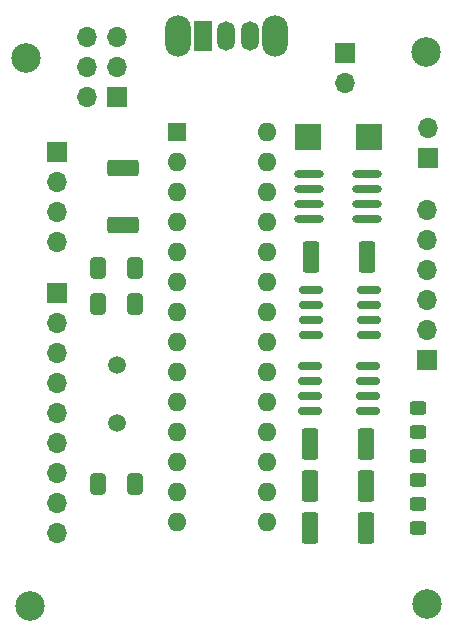
<source format=gbr>
%TF.GenerationSoftware,KiCad,Pcbnew,(6.0.7)*%
%TF.CreationDate,2022-11-04T10:53:51-04:00*%
%TF.ProjectId,proj_7,70726f6a-5f37-42e6-9b69-6361645f7063,rev?*%
%TF.SameCoordinates,Original*%
%TF.FileFunction,Soldermask,Top*%
%TF.FilePolarity,Negative*%
%FSLAX46Y46*%
G04 Gerber Fmt 4.6, Leading zero omitted, Abs format (unit mm)*
G04 Created by KiCad (PCBNEW (6.0.7)) date 2022-11-04 10:53:51*
%MOMM*%
%LPD*%
G01*
G04 APERTURE LIST*
G04 Aperture macros list*
%AMRoundRect*
0 Rectangle with rounded corners*
0 $1 Rounding radius*
0 $2 $3 $4 $5 $6 $7 $8 $9 X,Y pos of 4 corners*
0 Add a 4 corners polygon primitive as box body*
4,1,4,$2,$3,$4,$5,$6,$7,$8,$9,$2,$3,0*
0 Add four circle primitives for the rounded corners*
1,1,$1+$1,$2,$3*
1,1,$1+$1,$4,$5*
1,1,$1+$1,$6,$7*
1,1,$1+$1,$8,$9*
0 Add four rect primitives between the rounded corners*
20,1,$1+$1,$2,$3,$4,$5,0*
20,1,$1+$1,$4,$5,$6,$7,0*
20,1,$1+$1,$6,$7,$8,$9,0*
20,1,$1+$1,$8,$9,$2,$3,0*%
G04 Aperture macros list end*
%ADD10C,2.500000*%
%ADD11RoundRect,0.250000X0.450000X-0.325000X0.450000X0.325000X-0.450000X0.325000X-0.450000X-0.325000X0*%
%ADD12R,1.700000X1.700000*%
%ADD13O,1.700000X1.700000*%
%ADD14RoundRect,0.150000X-0.825000X-0.150000X0.825000X-0.150000X0.825000X0.150000X-0.825000X0.150000X0*%
%ADD15O,2.200000X3.500000*%
%ADD16R,1.500000X2.500000*%
%ADD17O,1.500000X2.500000*%
%ADD18RoundRect,0.250000X-0.412500X-0.650000X0.412500X-0.650000X0.412500X0.650000X-0.412500X0.650000X0*%
%ADD19RoundRect,0.249999X-0.450001X-1.075001X0.450001X-1.075001X0.450001X1.075001X-0.450001X1.075001X0*%
%ADD20C,1.500000*%
%ADD21R,1.600000X1.600000*%
%ADD22O,1.600000X1.600000*%
%ADD23R,2.275000X2.200000*%
%ADD24RoundRect,0.350001X-0.899999X-0.000001X-0.899999X0.000001X0.899999X0.000001X0.899999X-0.000001X0*%
%ADD25RoundRect,0.249999X1.075001X-0.450001X1.075001X0.450001X-1.075001X0.450001X-1.075001X-0.450001X0*%
G04 APERTURE END LIST*
D10*
%TO.C,H2*%
X134645400Y-70332600D03*
%TD*%
D11*
%TO.C,D2*%
X133948000Y-106573000D03*
X133948000Y-104523000D03*
%TD*%
D12*
%TO.C,J1*%
X134710000Y-96413000D03*
D13*
X134710000Y-93873000D03*
X134710000Y-91333000D03*
X134710000Y-88793000D03*
X134710000Y-86253000D03*
X134710000Y-83713000D03*
%TD*%
D14*
%TO.C,U3*%
X124873000Y-90424000D03*
X124873000Y-91694000D03*
X124873000Y-92964000D03*
X124873000Y-94234000D03*
X129823000Y-94234000D03*
X129823000Y-92964000D03*
X129823000Y-91694000D03*
X129823000Y-90424000D03*
%TD*%
D15*
%TO.C,SW1*%
X113629000Y-68928300D03*
X121829000Y-68928300D03*
D16*
X115729000Y-68928300D03*
D17*
X117729000Y-68928300D03*
X119729000Y-68928300D03*
%TD*%
D10*
%TO.C,H1*%
X100736400Y-70840600D03*
%TD*%
D11*
%TO.C,D1*%
X133948000Y-102509000D03*
X133948000Y-100459000D03*
%TD*%
D10*
%TO.C,H4*%
X134696200Y-117017800D03*
%TD*%
D18*
%TO.C,C3*%
X106853000Y-106918000D03*
X109978000Y-106918000D03*
%TD*%
D19*
%TO.C,R4*%
X124779000Y-110617000D03*
X129579000Y-110617000D03*
%TD*%
D20*
%TO.C,Y2*%
X108454000Y-96848000D03*
X108454000Y-101728000D03*
%TD*%
D21*
%TO.C,U1*%
X113538000Y-77122000D03*
D22*
X113538000Y-79662000D03*
X113538000Y-82202000D03*
X113538000Y-84742000D03*
X113538000Y-87282000D03*
X113538000Y-89822000D03*
X113538000Y-92362000D03*
X113538000Y-94902000D03*
X113538000Y-97442000D03*
X113538000Y-99982000D03*
X113538000Y-102522000D03*
X113538000Y-105062000D03*
X113538000Y-107602000D03*
X113538000Y-110142000D03*
X121158000Y-110142000D03*
X121158000Y-107602000D03*
X121158000Y-105062000D03*
X121158000Y-102522000D03*
X121158000Y-99982000D03*
X121158000Y-97442000D03*
X121158000Y-94902000D03*
X121158000Y-92362000D03*
X121158000Y-89822000D03*
X121158000Y-87282000D03*
X121158000Y-84742000D03*
X121158000Y-82202000D03*
X121158000Y-79662000D03*
X121158000Y-77122000D03*
%TD*%
D12*
%TO.C,J2*%
X108454000Y-74152000D03*
D13*
X105914000Y-74152000D03*
X108454000Y-71612000D03*
X105914000Y-71612000D03*
X108454000Y-69072000D03*
X105914000Y-69072000D03*
%TD*%
D12*
%TO.C,J3*%
X103378000Y-90678000D03*
D13*
X103378000Y-93218000D03*
X103378000Y-95758000D03*
X103378000Y-98298000D03*
X103378000Y-100838000D03*
X103378000Y-103378000D03*
X103378000Y-105918000D03*
X103378000Y-108458000D03*
X103378000Y-110998000D03*
%TD*%
D18*
%TO.C,C2*%
X106891500Y-91678000D03*
X110016500Y-91678000D03*
%TD*%
D23*
%TO.C,Y1*%
X124619000Y-77470000D03*
X129794000Y-77470000D03*
%TD*%
D19*
%TO.C,R2*%
X124779000Y-103505000D03*
X129579000Y-103505000D03*
%TD*%
D24*
%TO.C,U2*%
X124709000Y-80645000D03*
X124709000Y-81915000D03*
X124709000Y-83185000D03*
X124709000Y-84455000D03*
X129609000Y-84455000D03*
X129609000Y-83185000D03*
X129609000Y-81915000D03*
X129609000Y-80645000D03*
%TD*%
D19*
%TO.C,R1*%
X124873000Y-87630000D03*
X129673000Y-87630000D03*
%TD*%
D12*
%TO.C,J6*%
X103378000Y-78750000D03*
D13*
X103378000Y-81290000D03*
X103378000Y-83830000D03*
X103378000Y-86370000D03*
%TD*%
D14*
%TO.C,U4*%
X124779000Y-96901000D03*
X124779000Y-98171000D03*
X124779000Y-99441000D03*
X124779000Y-100711000D03*
X129729000Y-100711000D03*
X129729000Y-99441000D03*
X129729000Y-98171000D03*
X129729000Y-96901000D03*
%TD*%
D11*
%TO.C,D3*%
X133948000Y-110628000D03*
X133948000Y-108578000D03*
%TD*%
D18*
%TO.C,C1*%
X106891500Y-88630000D03*
X110016500Y-88630000D03*
%TD*%
D19*
%TO.C,R3*%
X124779000Y-107061000D03*
X129579000Y-107061000D03*
%TD*%
D25*
%TO.C,R5*%
X108962000Y-84934000D03*
X108962000Y-80134000D03*
%TD*%
D12*
%TO.C,J5*%
X134804000Y-79268000D03*
D13*
X134804000Y-76728000D03*
%TD*%
D10*
%TO.C,H3*%
X101092000Y-117221000D03*
%TD*%
D12*
%TO.C,BT1*%
X127762000Y-70358000D03*
D13*
X127762000Y-72898000D03*
%TD*%
M02*

</source>
